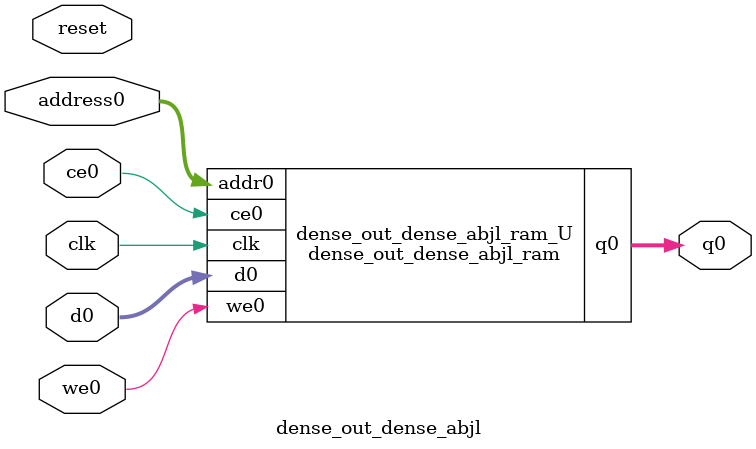
<source format=v>
`timescale 1 ns / 1 ps
module dense_out_dense_abjl_ram (addr0, ce0, d0, we0, q0,  clk);

parameter DWIDTH = 14;
parameter AWIDTH = 4;
parameter MEM_SIZE = 10;

input[AWIDTH-1:0] addr0;
input ce0;
input[DWIDTH-1:0] d0;
input we0;
output reg[DWIDTH-1:0] q0;
input clk;

(* ram_style = "distributed" *)reg [DWIDTH-1:0] ram[0:MEM_SIZE-1];




always @(posedge clk)  
begin 
    if (ce0) 
    begin
        if (we0) 
        begin 
            ram[addr0] <= d0; 
        end 
        q0 <= ram[addr0];
    end
end


endmodule

`timescale 1 ns / 1 ps
module dense_out_dense_abjl(
    reset,
    clk,
    address0,
    ce0,
    we0,
    d0,
    q0);

parameter DataWidth = 32'd14;
parameter AddressRange = 32'd10;
parameter AddressWidth = 32'd4;
input reset;
input clk;
input[AddressWidth - 1:0] address0;
input ce0;
input we0;
input[DataWidth - 1:0] d0;
output[DataWidth - 1:0] q0;



dense_out_dense_abjl_ram dense_out_dense_abjl_ram_U(
    .clk( clk ),
    .addr0( address0 ),
    .ce0( ce0 ),
    .we0( we0 ),
    .d0( d0 ),
    .q0( q0 ));

endmodule


</source>
